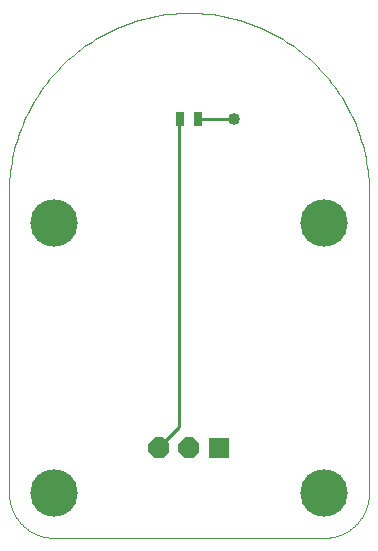
<source format=gtl>
G75*
%MOIN*%
%OFA0B0*%
%FSLAX25Y25*%
%IPPOS*%
%LPD*%
%AMOC8*
5,1,8,0,0,1.08239X$1,22.5*
%
%ADD10R,0.02500X0.05000*%
%ADD11C,0.15811*%
%ADD12C,0.00000*%
%ADD13OC8,0.07000*%
%ADD14R,0.07000X0.07000*%
%ADD15C,0.01000*%
%ADD16C,0.04000*%
D10*
X0058563Y0141000D03*
X0064469Y0141000D03*
D11*
X0106500Y0106500D03*
X0106500Y0016500D03*
X0016500Y0016500D03*
X0016500Y0106500D03*
D12*
X0001500Y0116500D02*
X0001500Y0016500D01*
X0001504Y0016138D01*
X0001518Y0015775D01*
X0001539Y0015413D01*
X0001570Y0015052D01*
X0001609Y0014692D01*
X0001657Y0014333D01*
X0001714Y0013975D01*
X0001779Y0013618D01*
X0001853Y0013263D01*
X0001936Y0012910D01*
X0002027Y0012559D01*
X0002126Y0012211D01*
X0002234Y0011865D01*
X0002350Y0011521D01*
X0002475Y0011181D01*
X0002607Y0010844D01*
X0002748Y0010510D01*
X0002897Y0010179D01*
X0003054Y0009852D01*
X0003218Y0009529D01*
X0003390Y0009210D01*
X0003570Y0008896D01*
X0003758Y0008585D01*
X0003953Y0008280D01*
X0004155Y0007979D01*
X0004365Y0007683D01*
X0004581Y0007393D01*
X0004805Y0007107D01*
X0005035Y0006827D01*
X0005272Y0006553D01*
X0005516Y0006285D01*
X0005766Y0006022D01*
X0006022Y0005766D01*
X0006285Y0005516D01*
X0006553Y0005272D01*
X0006827Y0005035D01*
X0007107Y0004805D01*
X0007393Y0004581D01*
X0007683Y0004365D01*
X0007979Y0004155D01*
X0008280Y0003953D01*
X0008585Y0003758D01*
X0008896Y0003570D01*
X0009210Y0003390D01*
X0009529Y0003218D01*
X0009852Y0003054D01*
X0010179Y0002897D01*
X0010510Y0002748D01*
X0010844Y0002607D01*
X0011181Y0002475D01*
X0011521Y0002350D01*
X0011865Y0002234D01*
X0012211Y0002126D01*
X0012559Y0002027D01*
X0012910Y0001936D01*
X0013263Y0001853D01*
X0013618Y0001779D01*
X0013975Y0001714D01*
X0014333Y0001657D01*
X0014692Y0001609D01*
X0015052Y0001570D01*
X0015413Y0001539D01*
X0015775Y0001518D01*
X0016138Y0001504D01*
X0016500Y0001500D01*
X0106500Y0001500D01*
X0106862Y0001504D01*
X0107225Y0001518D01*
X0107587Y0001539D01*
X0107948Y0001570D01*
X0108308Y0001609D01*
X0108667Y0001657D01*
X0109025Y0001714D01*
X0109382Y0001779D01*
X0109737Y0001853D01*
X0110090Y0001936D01*
X0110441Y0002027D01*
X0110789Y0002126D01*
X0111135Y0002234D01*
X0111479Y0002350D01*
X0111819Y0002475D01*
X0112156Y0002607D01*
X0112490Y0002748D01*
X0112821Y0002897D01*
X0113148Y0003054D01*
X0113471Y0003218D01*
X0113790Y0003390D01*
X0114104Y0003570D01*
X0114415Y0003758D01*
X0114720Y0003953D01*
X0115021Y0004155D01*
X0115317Y0004365D01*
X0115607Y0004581D01*
X0115893Y0004805D01*
X0116173Y0005035D01*
X0116447Y0005272D01*
X0116715Y0005516D01*
X0116978Y0005766D01*
X0117234Y0006022D01*
X0117484Y0006285D01*
X0117728Y0006553D01*
X0117965Y0006827D01*
X0118195Y0007107D01*
X0118419Y0007393D01*
X0118635Y0007683D01*
X0118845Y0007979D01*
X0119047Y0008280D01*
X0119242Y0008585D01*
X0119430Y0008896D01*
X0119610Y0009210D01*
X0119782Y0009529D01*
X0119946Y0009852D01*
X0120103Y0010179D01*
X0120252Y0010510D01*
X0120393Y0010844D01*
X0120525Y0011181D01*
X0120650Y0011521D01*
X0120766Y0011865D01*
X0120874Y0012211D01*
X0120973Y0012559D01*
X0121064Y0012910D01*
X0121147Y0013263D01*
X0121221Y0013618D01*
X0121286Y0013975D01*
X0121343Y0014333D01*
X0121391Y0014692D01*
X0121430Y0015052D01*
X0121461Y0015413D01*
X0121482Y0015775D01*
X0121496Y0016138D01*
X0121500Y0016500D01*
X0121500Y0116500D01*
X0121482Y0117961D01*
X0121429Y0119421D01*
X0121340Y0120880D01*
X0121216Y0122336D01*
X0121056Y0123788D01*
X0120861Y0125236D01*
X0120630Y0126679D01*
X0120365Y0128116D01*
X0120065Y0129546D01*
X0119730Y0130968D01*
X0119360Y0132382D01*
X0118956Y0133786D01*
X0118518Y0135180D01*
X0118046Y0136563D01*
X0117541Y0137934D01*
X0117002Y0139292D01*
X0116431Y0140637D01*
X0115827Y0141967D01*
X0115191Y0143283D01*
X0114523Y0144582D01*
X0113823Y0145865D01*
X0113092Y0147130D01*
X0112331Y0148378D01*
X0111540Y0149606D01*
X0110719Y0150815D01*
X0109869Y0152003D01*
X0108990Y0153170D01*
X0108083Y0154316D01*
X0107148Y0155439D01*
X0106186Y0156539D01*
X0105198Y0157615D01*
X0104184Y0158667D01*
X0103144Y0159694D01*
X0102080Y0160695D01*
X0100992Y0161671D01*
X0099880Y0162619D01*
X0098746Y0163540D01*
X0097589Y0164433D01*
X0096412Y0165297D01*
X0095213Y0166133D01*
X0093994Y0166939D01*
X0092756Y0167716D01*
X0091500Y0168462D01*
X0090226Y0169177D01*
X0088935Y0169861D01*
X0087627Y0170513D01*
X0086304Y0171133D01*
X0084966Y0171721D01*
X0083615Y0172276D01*
X0082250Y0172798D01*
X0080873Y0173286D01*
X0079484Y0173741D01*
X0078085Y0174162D01*
X0076676Y0174549D01*
X0075258Y0174901D01*
X0073832Y0175219D01*
X0072398Y0175502D01*
X0070958Y0175750D01*
X0069513Y0175963D01*
X0068062Y0176140D01*
X0066608Y0176282D01*
X0065151Y0176389D01*
X0063691Y0176460D01*
X0062231Y0176496D01*
X0060769Y0176496D01*
X0059309Y0176460D01*
X0057849Y0176389D01*
X0056392Y0176282D01*
X0054938Y0176140D01*
X0053487Y0175963D01*
X0052042Y0175750D01*
X0050602Y0175502D01*
X0049168Y0175219D01*
X0047742Y0174901D01*
X0046324Y0174549D01*
X0044915Y0174162D01*
X0043516Y0173741D01*
X0042127Y0173286D01*
X0040750Y0172798D01*
X0039385Y0172276D01*
X0038034Y0171721D01*
X0036696Y0171133D01*
X0035373Y0170513D01*
X0034065Y0169861D01*
X0032774Y0169177D01*
X0031500Y0168462D01*
X0030244Y0167716D01*
X0029006Y0166939D01*
X0027787Y0166133D01*
X0026588Y0165297D01*
X0025411Y0164433D01*
X0024254Y0163540D01*
X0023120Y0162619D01*
X0022008Y0161671D01*
X0020920Y0160695D01*
X0019856Y0159694D01*
X0018816Y0158667D01*
X0017802Y0157615D01*
X0016814Y0156539D01*
X0015852Y0155439D01*
X0014917Y0154316D01*
X0014010Y0153170D01*
X0013131Y0152003D01*
X0012281Y0150815D01*
X0011460Y0149606D01*
X0010669Y0148378D01*
X0009908Y0147130D01*
X0009177Y0145865D01*
X0008477Y0144582D01*
X0007809Y0143283D01*
X0007173Y0141967D01*
X0006569Y0140637D01*
X0005998Y0139292D01*
X0005459Y0137934D01*
X0004954Y0136563D01*
X0004482Y0135180D01*
X0004044Y0133786D01*
X0003640Y0132382D01*
X0003270Y0130968D01*
X0002935Y0129546D01*
X0002635Y0128116D01*
X0002370Y0126679D01*
X0002139Y0125236D01*
X0001944Y0123788D01*
X0001784Y0122336D01*
X0001660Y0120880D01*
X0001571Y0119421D01*
X0001518Y0117961D01*
X0001500Y0116500D01*
D13*
X0051500Y0031500D03*
X0061500Y0031500D03*
D14*
X0071500Y0031500D03*
D15*
X0058200Y0038400D02*
X0051900Y0032100D01*
X0051500Y0031500D01*
X0058200Y0038400D02*
X0058200Y0141000D01*
X0058563Y0141000D01*
X0064469Y0141000D02*
X0076500Y0141000D01*
D16*
X0076500Y0141000D03*
M02*

</source>
